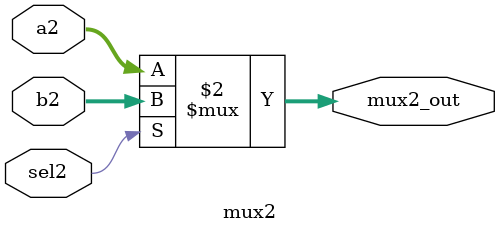
<source format=v>
module mux2(sel2,a2,b2,mux2_out);
input sel2;
input[31:0]a2,b2;
output[31:0]mux2_out;
assign mux2_out = (sel2==1'b0)?a2:b2;
endmodule

</source>
